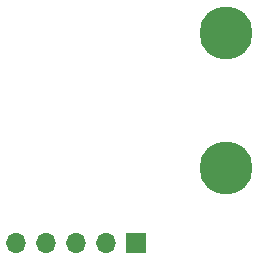
<source format=gbr>
G04 #@! TF.GenerationSoftware,KiCad,Pcbnew,(5.1.4)-1*
G04 #@! TF.CreationDate,2019-11-18T21:23:18+01:00*
G04 #@! TF.ProjectId,AR20_PDM_ProFetTest,41523230-5f50-4444-9d5f-50726f466574,rev?*
G04 #@! TF.SameCoordinates,Original*
G04 #@! TF.FileFunction,Copper,L2,Bot*
G04 #@! TF.FilePolarity,Positive*
%FSLAX46Y46*%
G04 Gerber Fmt 4.6, Leading zero omitted, Abs format (unit mm)*
G04 Created by KiCad (PCBNEW (5.1.4)-1) date 2019-11-18 21:23:18*
%MOMM*%
%LPD*%
G04 APERTURE LIST*
%ADD10R,1.700000X1.700000*%
%ADD11O,1.700000X1.700000*%
%ADD12C,4.500000*%
G04 APERTURE END LIST*
D10*
X139700000Y-107315000D03*
D11*
X137160000Y-107315000D03*
X134620000Y-107315000D03*
X132080000Y-107315000D03*
X129540000Y-107315000D03*
D12*
X147320000Y-100965000D03*
X147320000Y-89535000D03*
M02*

</source>
